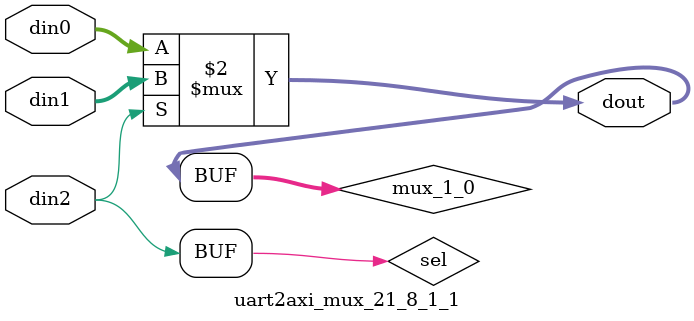
<source format=v>

`timescale 1ns/1ps

module uart2axi_mux_21_8_1_1 #(
parameter
    ID                = 0,
    NUM_STAGE         = 1,
    din0_WIDTH       = 32,
    din1_WIDTH       = 32,
    din2_WIDTH         = 32,
    dout_WIDTH            = 32
)(
    input  [7 : 0]     din0,
    input  [7 : 0]     din1,
    input  [0 : 0]    din2,
    output [7 : 0]   dout);

// puts internal signals
wire [0 : 0]     sel;
// level 1 signals
wire [7 : 0]         mux_1_0;

assign sel = din2;

// Generate level 1 logic
assign mux_1_0 = (sel[0] == 0)? din0 : din1;

// output logic
assign dout = mux_1_0;

endmodule

</source>
